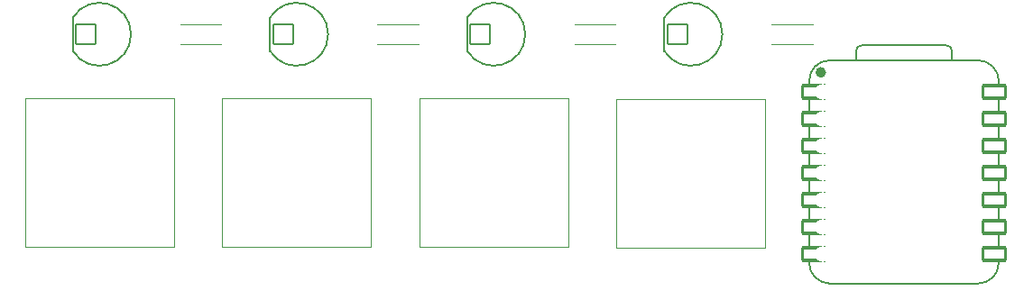
<source format=gbr>
%TF.GenerationSoftware,KiCad,Pcbnew,9.0.6*%
%TF.CreationDate,2025-11-15T14:27:32+00:00*%
%TF.ProjectId,keyfrick,6b657966-7269-4636-9b2e-6b696361645f,rev?*%
%TF.SameCoordinates,Original*%
%TF.FileFunction,Legend,Top*%
%TF.FilePolarity,Positive*%
%FSLAX46Y46*%
G04 Gerber Fmt 4.6, Leading zero omitted, Abs format (unit mm)*
G04 Created by KiCad (PCBNEW 9.0.6) date 2025-11-15 14:27:32*
%MOMM*%
%LPD*%
G01*
G04 APERTURE LIST*
G04 Aperture macros list*
%AMRoundRect*
0 Rectangle with rounded corners*
0 $1 Rounding radius*
0 $2 $3 $4 $5 $6 $7 $8 $9 X,Y pos of 4 corners*
0 Add a 4 corners polygon primitive as box body*
4,1,4,$2,$3,$4,$5,$6,$7,$8,$9,$2,$3,0*
0 Add four circle primitives for the rounded corners*
1,1,$1+$1,$2,$3*
1,1,$1+$1,$4,$5*
1,1,$1+$1,$6,$7*
1,1,$1+$1,$8,$9*
0 Add four rect primitives between the rounded corners*
20,1,$1+$1,$2,$3,$4,$5,0*
20,1,$1+$1,$4,$5,$6,$7,0*
20,1,$1+$1,$6,$7,$8,$9,0*
20,1,$1+$1,$8,$9,$2,$3,0*%
G04 Aperture macros list end*
%ADD10C,0.120000*%
%ADD11C,0.127000*%
%ADD12C,0.100000*%
%ADD13C,0.504000*%
%ADD14C,0.275000*%
%ADD15C,0.300000*%
%ADD16C,1.700000*%
%ADD17C,4.000000*%
%ADD18C,2.200000*%
%ADD19C,1.400000*%
%ADD20C,2.019000*%
%ADD21RoundRect,0.102000X-0.907500X-0.907500X0.907500X-0.907500X0.907500X0.907500X-0.907500X0.907500X0*%
%ADD22RoundRect,0.152400X1.063600X0.609600X-1.063600X0.609600X-1.063600X-0.609600X1.063600X-0.609600X0*%
%ADD23C,1.524000*%
%ADD24RoundRect,0.152400X-1.063600X-0.609600X1.063600X-0.609600X1.063600X0.609600X-1.063600X0.609600X0*%
G04 APERTURE END LIST*
D10*
%TO.C,SW3*%
X134515000Y-53015000D02*
X148485000Y-53015000D01*
X134515000Y-66985000D02*
X134515000Y-53015000D01*
X148485000Y-53015000D02*
X148485000Y-66985000D01*
X148485000Y-66985000D02*
X134515000Y-66985000D01*
%TO.C,R3*%
X149080000Y-46080000D02*
X152920000Y-46080000D01*
X149080000Y-47920000D02*
X152920000Y-47920000D01*
D11*
%TO.C,D3*%
X139000000Y-45434000D02*
X139000000Y-48566000D01*
X139000000Y-45434000D02*
G75*
G02*
X139000000Y-48566000I2506124J-1566000D01*
G01*
D10*
%TO.C,SW2*%
X116015000Y-53015000D02*
X129985000Y-53015000D01*
X116015000Y-66985000D02*
X116015000Y-53015000D01*
X129985000Y-53015000D02*
X129985000Y-66985000D01*
X129985000Y-66985000D02*
X116015000Y-66985000D01*
%TO.C,R2*%
X130580000Y-46080000D02*
X134420000Y-46080000D01*
X130580000Y-47920000D02*
X134420000Y-47920000D01*
%TO.C,SW1*%
X97515000Y-53015000D02*
X111485000Y-53015000D01*
X97515000Y-66985000D02*
X97515000Y-53015000D01*
X111485000Y-53015000D02*
X111485000Y-66985000D01*
X111485000Y-66985000D02*
X97515000Y-66985000D01*
%TO.C,R1*%
X112080000Y-46080000D02*
X115920000Y-46080000D01*
X112080000Y-47920000D02*
X115920000Y-47920000D01*
D11*
%TO.C,D1*%
X102000000Y-45434000D02*
X102000000Y-48566000D01*
X102000000Y-45434000D02*
G75*
G02*
X102000000Y-48566000I2506124J-1566000D01*
G01*
%TO.C,D2*%
X120500000Y-45434000D02*
X120500000Y-48566000D01*
X120500000Y-45434000D02*
G75*
G02*
X120500000Y-48566000I2506124J-1566000D01*
G01*
%TO.C,U1*%
X171110000Y-68509000D02*
X171110000Y-51364000D01*
X173015000Y-70414000D02*
X186985000Y-70414000D01*
X175505000Y-49459000D02*
X175508728Y-48548728D01*
X176008728Y-48049000D02*
X184004000Y-48049000D01*
X184504000Y-48549000D02*
X184504000Y-49459000D01*
D12*
X186985000Y-49459000D02*
X173015000Y-49459000D01*
D11*
X186985000Y-49459000D02*
X173015000Y-49459000D01*
X188890000Y-68509000D02*
X188890000Y-51364000D01*
X171110000Y-51364000D02*
G75*
G02*
X173015000Y-49459000I1905001J-1D01*
G01*
X173015000Y-70414000D02*
G75*
G02*
X171110000Y-68509000I1J1905001D01*
G01*
X175508728Y-48548728D02*
G75*
G02*
X176008728Y-48049001I500018J-291D01*
G01*
X184004000Y-48049000D02*
G75*
G02*
X184504000Y-48549000I0J-500000D01*
G01*
X186985000Y-49459000D02*
G75*
G02*
X188890000Y-51364000I0J-1905000D01*
G01*
X188890000Y-68509000D02*
G75*
G02*
X186985000Y-70414000I-1905000J0D01*
G01*
D13*
X172445000Y-50580000D02*
G75*
G02*
X171941000Y-50580000I-252000J0D01*
G01*
X171941000Y-50580000D02*
G75*
G02*
X172445000Y-50580000I252000J0D01*
G01*
D10*
%TO.C,R4*%
X167580000Y-46080000D02*
X171420000Y-46080000D01*
X167580000Y-47920000D02*
X171420000Y-47920000D01*
D11*
%TO.C,D4*%
X157500000Y-45434000D02*
X157500000Y-48566000D01*
X157500000Y-45434000D02*
G75*
G02*
X157500000Y-48566000I2506124J-1566000D01*
G01*
D10*
%TO.C,SW4*%
X153015000Y-53055000D02*
X166985000Y-53055000D01*
X153015000Y-67025000D02*
X153015000Y-53055000D01*
X166985000Y-53055000D02*
X166985000Y-67025000D01*
X166985000Y-67025000D02*
X153015000Y-67025000D01*
%TD*%
%LPC*%
D14*
X183957175Y-71878473D02*
X183957175Y-75219695D01*
D15*
G36*
X177915922Y-45234060D02*
G01*
X177942097Y-45286411D01*
X177534868Y-45367857D01*
X177534868Y-45300523D01*
X177568099Y-45234060D01*
X177634564Y-45200828D01*
X177849458Y-45200828D01*
X177915922Y-45234060D01*
G37*
G36*
X184058455Y-46866317D02*
G01*
X175925343Y-46866317D01*
X175925343Y-46532066D01*
X178450331Y-46532066D01*
X178454479Y-46590446D01*
X178480654Y-46642795D01*
X178524869Y-46681142D01*
X178580391Y-46699650D01*
X178638771Y-46695502D01*
X178666235Y-46684992D01*
X178809092Y-46613564D01*
X178821685Y-46605636D01*
X178825345Y-46604121D01*
X178829464Y-46600739D01*
X178833978Y-46597899D01*
X178836574Y-46594905D01*
X178848076Y-46585466D01*
X178919505Y-46514037D01*
X178938160Y-46491306D01*
X178938516Y-46490445D01*
X178939166Y-46489780D01*
X178952711Y-46463680D01*
X179095568Y-46106536D01*
X179096354Y-46103824D01*
X179097557Y-46101278D01*
X179454700Y-45101279D01*
X179461829Y-45072750D01*
X179459283Y-45021564D01*
X179523464Y-45021564D01*
X179523464Y-45080092D01*
X179545862Y-45134164D01*
X179587246Y-45175548D01*
X179641318Y-45197946D01*
X179670582Y-45200828D01*
X179734867Y-45200828D01*
X179734867Y-46050828D01*
X179737749Y-46080092D01*
X179760147Y-46134164D01*
X179801531Y-46175548D01*
X179855603Y-46197946D01*
X179914131Y-46197946D01*
X179968203Y-46175548D01*
X180009587Y-46134164D01*
X180031985Y-46080092D01*
X180034867Y-46050828D01*
X180034867Y-45200828D01*
X180242010Y-45200828D01*
X180271274Y-45197946D01*
X180325346Y-45175548D01*
X180366730Y-45134164D01*
X180389128Y-45080092D01*
X180389128Y-45021564D01*
X180366730Y-44967492D01*
X180325346Y-44926108D01*
X180271274Y-44903710D01*
X180242010Y-44900828D01*
X180034867Y-44900828D01*
X180034867Y-44800524D01*
X180066305Y-44737647D01*
X180451689Y-44737647D01*
X180452403Y-44796170D01*
X180475458Y-44849963D01*
X180517344Y-44890841D01*
X180543444Y-44904386D01*
X180718859Y-44974552D01*
X180622010Y-45103685D01*
X180606757Y-45128825D01*
X180592232Y-45185522D01*
X180600509Y-45243459D01*
X180630328Y-45293821D01*
X180677150Y-45328938D01*
X180733847Y-45343463D01*
X180791784Y-45335186D01*
X180842146Y-45305367D01*
X180862010Y-45283685D01*
X180956296Y-45157970D01*
X181050582Y-45283685D01*
X181070446Y-45305367D01*
X181120808Y-45335186D01*
X181178745Y-45343463D01*
X181205760Y-45336542D01*
X181663439Y-45336542D01*
X181663439Y-45765114D01*
X181666321Y-45794378D01*
X181668383Y-45799356D01*
X181668765Y-45804732D01*
X181679275Y-45832196D01*
X181750703Y-45975053D01*
X181758630Y-45987646D01*
X181760146Y-45991306D01*
X181763527Y-45995425D01*
X181766368Y-45999939D01*
X181769361Y-46002535D01*
X181778801Y-46014037D01*
X181850230Y-46085466D01*
X181861734Y-46094907D01*
X181864329Y-46097899D01*
X181868838Y-46100737D01*
X181872961Y-46104121D01*
X181876622Y-46105637D01*
X181889214Y-46113564D01*
X182032072Y-46184992D01*
X182059535Y-46195502D01*
X182064910Y-46195883D01*
X182069889Y-46197946D01*
X182099153Y-46200828D01*
X182384867Y-46200828D01*
X182414131Y-46197946D01*
X182419109Y-46195883D01*
X182424485Y-46195502D01*
X182451948Y-46184992D01*
X182594807Y-46113564D01*
X182619692Y-46097899D01*
X182658039Y-46053685D01*
X182676547Y-45998162D01*
X182672399Y-45939782D01*
X182646225Y-45887433D01*
X182602010Y-45849086D01*
X182546488Y-45830578D01*
X182488107Y-45834726D01*
X182460644Y-45845235D01*
X182349458Y-45900828D01*
X182134563Y-45900828D01*
X182045149Y-45856121D01*
X182008144Y-45819116D01*
X181963439Y-45729704D01*
X181963439Y-45371951D01*
X182008144Y-45282540D01*
X182045149Y-45245535D01*
X182134563Y-45200828D01*
X182349457Y-45200828D01*
X182460643Y-45256421D01*
X182488106Y-45266931D01*
X182546486Y-45271079D01*
X182602009Y-45252571D01*
X182646224Y-45214225D01*
X182672399Y-45161876D01*
X182676547Y-45103495D01*
X182658039Y-45047973D01*
X182619693Y-45003758D01*
X182594807Y-44988093D01*
X182451949Y-44916664D01*
X182424486Y-44906154D01*
X182419108Y-44905771D01*
X182414131Y-44903710D01*
X182384867Y-44900828D01*
X182099153Y-44900828D01*
X182069889Y-44903710D01*
X182064908Y-44905773D01*
X182059534Y-44906155D01*
X182032070Y-44916664D01*
X181889214Y-44988093D01*
X181876620Y-44996020D01*
X181872961Y-44997536D01*
X181868840Y-45000917D01*
X181864328Y-45003758D01*
X181861731Y-45006751D01*
X181850231Y-45016190D01*
X181778802Y-45087618D01*
X181769362Y-45099120D01*
X181766368Y-45101717D01*
X181763526Y-45106231D01*
X181760147Y-45110349D01*
X181758631Y-45114007D01*
X181750703Y-45126603D01*
X181679275Y-45269460D01*
X181668765Y-45296924D01*
X181668383Y-45302299D01*
X181666321Y-45307278D01*
X181663439Y-45336542D01*
X181205760Y-45336542D01*
X181235442Y-45328938D01*
X181282264Y-45293821D01*
X181312083Y-45243459D01*
X181320360Y-45185522D01*
X181305835Y-45128825D01*
X181290582Y-45103685D01*
X181193731Y-44974551D01*
X181369148Y-44904385D01*
X181395248Y-44890841D01*
X181437135Y-44849963D01*
X181460189Y-44796170D01*
X181460903Y-44737647D01*
X181439167Y-44683305D01*
X181398289Y-44641419D01*
X181344495Y-44618364D01*
X181285972Y-44617650D01*
X181257731Y-44625842D01*
X181106296Y-44686415D01*
X181106296Y-44550828D01*
X183020581Y-44550828D01*
X183020581Y-46050828D01*
X183023463Y-46080092D01*
X183045861Y-46134164D01*
X183087245Y-46175548D01*
X183141317Y-46197946D01*
X183199845Y-46197946D01*
X183253917Y-46175548D01*
X183295301Y-46134164D01*
X183317699Y-46080092D01*
X183320581Y-46050828D01*
X183320581Y-45738922D01*
X183622010Y-46140828D01*
X183641874Y-46162510D01*
X183692236Y-46192329D01*
X183750173Y-46200606D01*
X183806870Y-46186081D01*
X183853692Y-46150964D01*
X183883511Y-46100602D01*
X183891788Y-46042665D01*
X183877263Y-45985968D01*
X183862010Y-45960828D01*
X183511495Y-45493474D01*
X183848076Y-45156894D01*
X183866731Y-45134163D01*
X183889128Y-45080091D01*
X183889128Y-45021565D01*
X183866731Y-44967492D01*
X183825346Y-44926107D01*
X183771273Y-44903710D01*
X183712747Y-44903710D01*
X183658675Y-44926107D01*
X183635944Y-44944762D01*
X183320581Y-45260125D01*
X183320581Y-44550828D01*
X183317699Y-44521564D01*
X183295301Y-44467492D01*
X183253917Y-44426108D01*
X183199845Y-44403710D01*
X183141317Y-44403710D01*
X183087245Y-44426108D01*
X183045861Y-44467492D01*
X183023463Y-44521564D01*
X183020581Y-44550828D01*
X181106296Y-44550828D01*
X181103414Y-44521564D01*
X181081016Y-44467492D01*
X181039632Y-44426108D01*
X180985560Y-44403710D01*
X180927032Y-44403710D01*
X180872960Y-44426108D01*
X180831576Y-44467492D01*
X180809178Y-44521564D01*
X180806296Y-44550828D01*
X180806296Y-44686415D01*
X180654862Y-44625842D01*
X180626620Y-44617650D01*
X180568097Y-44618364D01*
X180514304Y-44641419D01*
X180473426Y-44683305D01*
X180451689Y-44737647D01*
X180066305Y-44737647D01*
X180068099Y-44734059D01*
X180134563Y-44700828D01*
X180242010Y-44700828D01*
X180271274Y-44697946D01*
X180325346Y-44675548D01*
X180366730Y-44634164D01*
X180389128Y-44580092D01*
X180389128Y-44521564D01*
X180366730Y-44467492D01*
X180325346Y-44426108D01*
X180271274Y-44403710D01*
X180242010Y-44400828D01*
X180099153Y-44400828D01*
X180069889Y-44403710D01*
X180064908Y-44405773D01*
X180059534Y-44406155D01*
X180032070Y-44416664D01*
X179889214Y-44488093D01*
X179884319Y-44491173D01*
X179882012Y-44491943D01*
X179879137Y-44494435D01*
X179864328Y-44503758D01*
X179852004Y-44517967D01*
X179837797Y-44530289D01*
X179828477Y-44545094D01*
X179825981Y-44547973D01*
X179825210Y-44550284D01*
X179822132Y-44555175D01*
X179750703Y-44698032D01*
X179740194Y-44725495D01*
X179739812Y-44730869D01*
X179737749Y-44735850D01*
X179734867Y-44765114D01*
X179734867Y-44900828D01*
X179670582Y-44900828D01*
X179641318Y-44903710D01*
X179587246Y-44926108D01*
X179545862Y-44967492D01*
X179523464Y-45021564D01*
X179459283Y-45021564D01*
X179458922Y-45014295D01*
X179433868Y-44961403D01*
X179390479Y-44922123D01*
X179335361Y-44902438D01*
X179276906Y-44905345D01*
X179224014Y-44930399D01*
X179184734Y-44973788D01*
X179172178Y-45000378D01*
X178956296Y-45604847D01*
X178740414Y-45000378D01*
X178727858Y-44973788D01*
X178688578Y-44930399D01*
X178635686Y-44905345D01*
X178577231Y-44902438D01*
X178522113Y-44922123D01*
X178478724Y-44961403D01*
X178453670Y-45014295D01*
X178450763Y-45072750D01*
X178457892Y-45101278D01*
X178795943Y-46047822D01*
X178685601Y-46323676D01*
X178653155Y-46356122D01*
X178532071Y-46416664D01*
X178507186Y-46432329D01*
X178468839Y-46476544D01*
X178450331Y-46532066D01*
X175925343Y-46532066D01*
X175925343Y-44550828D01*
X176092010Y-44550828D01*
X176092010Y-46050828D01*
X176094892Y-46080092D01*
X176117290Y-46134164D01*
X176158674Y-46175548D01*
X176212746Y-46197946D01*
X176271274Y-46197946D01*
X176325346Y-46175548D01*
X176366730Y-46134164D01*
X176389128Y-46080092D01*
X176392010Y-46050828D01*
X176392010Y-45738922D01*
X176693439Y-46140828D01*
X176713303Y-46162510D01*
X176763665Y-46192329D01*
X176821602Y-46200606D01*
X176878299Y-46186081D01*
X176925121Y-46150964D01*
X176954940Y-46100602D01*
X176963217Y-46042665D01*
X176948692Y-45985968D01*
X176933439Y-45960828D01*
X176582924Y-45493474D01*
X176811285Y-45265114D01*
X177234868Y-45265114D01*
X177234868Y-45836542D01*
X177237750Y-45865806D01*
X177239812Y-45870784D01*
X177240194Y-45876160D01*
X177250704Y-45903623D01*
X177322132Y-46046482D01*
X177325211Y-46051374D01*
X177325982Y-46053685D01*
X177328477Y-46056562D01*
X177337797Y-46071367D01*
X177352003Y-46083688D01*
X177364329Y-46097900D01*
X177379133Y-46107218D01*
X177382011Y-46109714D01*
X177384322Y-46110484D01*
X177389215Y-46113564D01*
X177532073Y-46184993D01*
X177559536Y-46195502D01*
X177564911Y-46195883D01*
X177569890Y-46197946D01*
X177599154Y-46200828D01*
X177884868Y-46200828D01*
X177914132Y-46197946D01*
X177919110Y-46195883D01*
X177924486Y-46195502D01*
X177951950Y-46184992D01*
X178094807Y-46113564D01*
X178119693Y-46097899D01*
X178158039Y-46053684D01*
X178176547Y-45998162D01*
X178172399Y-45939782D01*
X178146225Y-45887433D01*
X178102010Y-45849086D01*
X178046487Y-45830578D01*
X177988107Y-45834726D01*
X177960644Y-45845236D01*
X177849458Y-45900828D01*
X177634563Y-45900828D01*
X177568100Y-45867597D01*
X177534868Y-45801133D01*
X177534868Y-45673798D01*
X178128417Y-45555089D01*
X178128418Y-45555089D01*
X178128418Y-45555088D01*
X178128572Y-45555058D01*
X178156702Y-45546493D01*
X178168913Y-45538314D01*
X178182490Y-45532691D01*
X178192991Y-45522189D01*
X178205332Y-45513925D01*
X178213484Y-45501697D01*
X178223874Y-45491307D01*
X178229556Y-45477587D01*
X178237796Y-45465229D01*
X178240648Y-45450811D01*
X178246272Y-45437235D01*
X178249154Y-45407971D01*
X178249154Y-45407819D01*
X178249155Y-45407814D01*
X178249154Y-45407809D01*
X178249154Y-45265114D01*
X178246272Y-45235850D01*
X178244208Y-45230869D01*
X178243827Y-45225495D01*
X178233318Y-45198031D01*
X178161889Y-45055175D01*
X178158808Y-45050280D01*
X178158039Y-45047973D01*
X178155546Y-45045098D01*
X178146224Y-45030289D01*
X178132014Y-45017965D01*
X178119693Y-45003758D01*
X178104887Y-44994438D01*
X178102009Y-44991942D01*
X178099697Y-44991171D01*
X178094807Y-44988093D01*
X177951950Y-44916664D01*
X177924487Y-44906155D01*
X177919112Y-44905773D01*
X177914132Y-44903710D01*
X177884868Y-44900828D01*
X177599154Y-44900828D01*
X177569890Y-44903710D01*
X177564912Y-44905771D01*
X177559535Y-44906154D01*
X177532072Y-44916664D01*
X177389214Y-44988093D01*
X177384319Y-44991173D01*
X177382012Y-44991943D01*
X177379137Y-44994435D01*
X177364328Y-45003758D01*
X177352005Y-45017966D01*
X177337797Y-45030289D01*
X177328474Y-45045098D01*
X177325982Y-45047973D01*
X177325212Y-45050280D01*
X177322132Y-45055175D01*
X177250704Y-45198032D01*
X177240194Y-45225496D01*
X177239812Y-45230871D01*
X177237750Y-45235850D01*
X177234868Y-45265114D01*
X176811285Y-45265114D01*
X176919505Y-45156894D01*
X176938160Y-45134163D01*
X176960557Y-45080091D01*
X176960557Y-45021565D01*
X176938160Y-44967492D01*
X176896775Y-44926107D01*
X176842702Y-44903710D01*
X176784176Y-44903710D01*
X176730104Y-44926107D01*
X176707373Y-44944762D01*
X176392010Y-45260125D01*
X176392010Y-44550828D01*
X176389128Y-44521564D01*
X176366730Y-44467492D01*
X176325346Y-44426108D01*
X176271274Y-44403710D01*
X176212746Y-44403710D01*
X176158674Y-44426108D01*
X176117290Y-44467492D01*
X176094892Y-44521564D01*
X176092010Y-44550828D01*
X175925343Y-44550828D01*
X175925343Y-44234161D01*
X184058455Y-44234161D01*
X184058455Y-46866317D01*
G37*
D14*
X102204730Y-73446809D02*
X102204730Y-71875381D01*
X103723777Y-73080142D02*
X104299968Y-72346809D01*
X103723777Y-72346809D02*
X104299968Y-73080142D01*
X105714253Y-73080142D02*
X105609491Y-73027762D01*
X105609491Y-73027762D02*
X105557110Y-72975381D01*
X105557110Y-72975381D02*
X105504729Y-72870619D01*
X105504729Y-72870619D02*
X105504729Y-72556333D01*
X105504729Y-72556333D02*
X105557110Y-72451571D01*
X105557110Y-72451571D02*
X105609491Y-72399190D01*
X105609491Y-72399190D02*
X105714253Y-72346809D01*
X105714253Y-72346809D02*
X105871396Y-72346809D01*
X105871396Y-72346809D02*
X105976158Y-72399190D01*
X105976158Y-72399190D02*
X106028539Y-72451571D01*
X106028539Y-72451571D02*
X106080920Y-72556333D01*
X106080920Y-72556333D02*
X106080920Y-72870619D01*
X106080920Y-72870619D02*
X106028539Y-72975381D01*
X106028539Y-72975381D02*
X105976158Y-73027762D01*
X105976158Y-73027762D02*
X105871396Y-73080142D01*
X105871396Y-73080142D02*
X105714253Y-73080142D01*
X107547586Y-73080142D02*
X107442824Y-73027762D01*
X107442824Y-73027762D02*
X107390443Y-72975381D01*
X107390443Y-72975381D02*
X107338062Y-72870619D01*
X107338062Y-72870619D02*
X107338062Y-72556333D01*
X107338062Y-72556333D02*
X107390443Y-72451571D01*
X107390443Y-72451571D02*
X107442824Y-72399190D01*
X107442824Y-72399190D02*
X107547586Y-72346809D01*
X107547586Y-72346809D02*
X107704729Y-72346809D01*
X107704729Y-72346809D02*
X107809491Y-72399190D01*
X107809491Y-72399190D02*
X107861872Y-72451571D01*
X107861872Y-72451571D02*
X107914253Y-72556333D01*
X107914253Y-72556333D02*
X107914253Y-72870619D01*
X107914253Y-72870619D02*
X107861872Y-72975381D01*
X107861872Y-72975381D02*
X107809491Y-73027762D01*
X107809491Y-73027762D02*
X107704729Y-73080142D01*
X107704729Y-73080142D02*
X107547586Y-73080142D01*
X109380919Y-73080142D02*
X109276157Y-73027762D01*
X109276157Y-73027762D02*
X109223776Y-72975381D01*
X109223776Y-72975381D02*
X109171395Y-72870619D01*
X109171395Y-72870619D02*
X109171395Y-72556333D01*
X109171395Y-72556333D02*
X109223776Y-72451571D01*
X109223776Y-72451571D02*
X109276157Y-72399190D01*
X109276157Y-72399190D02*
X109380919Y-72346809D01*
X109380919Y-72346809D02*
X109538062Y-72346809D01*
X109538062Y-72346809D02*
X109642824Y-72399190D01*
X109642824Y-72399190D02*
X109695205Y-72451571D01*
X109695205Y-72451571D02*
X109747586Y-72556333D01*
X109747586Y-72556333D02*
X109747586Y-72870619D01*
X109747586Y-72870619D02*
X109695205Y-72975381D01*
X109695205Y-72975381D02*
X109642824Y-73027762D01*
X109642824Y-73027762D02*
X109538062Y-73080142D01*
X109538062Y-73080142D02*
X109380919Y-73080142D01*
X111319014Y-73446809D02*
X111319014Y-71875381D01*
X113099966Y-73080142D02*
X112995204Y-73027762D01*
X112995204Y-73027762D02*
X112942823Y-72975381D01*
X112942823Y-72975381D02*
X112890442Y-72870619D01*
X112890442Y-72870619D02*
X112890442Y-72556333D01*
X112890442Y-72556333D02*
X112942823Y-72451571D01*
X112942823Y-72451571D02*
X112995204Y-72399190D01*
X112995204Y-72399190D02*
X113099966Y-72346809D01*
X113099966Y-72346809D02*
X113257109Y-72346809D01*
X113257109Y-72346809D02*
X113361871Y-72399190D01*
X113361871Y-72399190D02*
X113414252Y-72451571D01*
X113414252Y-72451571D02*
X113466633Y-72556333D01*
X113466633Y-72556333D02*
X113466633Y-72870619D01*
X113466633Y-72870619D02*
X113414252Y-72975381D01*
X113414252Y-72975381D02*
X113361871Y-73027762D01*
X113361871Y-73027762D02*
X113257109Y-73080142D01*
X113257109Y-73080142D02*
X113099966Y-73080142D01*
X114933299Y-73080142D02*
X114828537Y-73027762D01*
X114828537Y-73027762D02*
X114776156Y-72975381D01*
X114776156Y-72975381D02*
X114723775Y-72870619D01*
X114723775Y-72870619D02*
X114723775Y-72556333D01*
X114723775Y-72556333D02*
X114776156Y-72451571D01*
X114776156Y-72451571D02*
X114828537Y-72399190D01*
X114828537Y-72399190D02*
X114933299Y-72346809D01*
X114933299Y-72346809D02*
X115090442Y-72346809D01*
X115090442Y-72346809D02*
X115195204Y-72399190D01*
X115195204Y-72399190D02*
X115247585Y-72451571D01*
X115247585Y-72451571D02*
X115299966Y-72556333D01*
X115299966Y-72556333D02*
X115299966Y-72870619D01*
X115299966Y-72870619D02*
X115247585Y-72975381D01*
X115247585Y-72975381D02*
X115195204Y-73027762D01*
X115195204Y-73027762D02*
X115090442Y-73080142D01*
X115090442Y-73080142D02*
X114933299Y-73080142D01*
X116766632Y-73080142D02*
X116661870Y-73027762D01*
X116661870Y-73027762D02*
X116609489Y-72975381D01*
X116609489Y-72975381D02*
X116557108Y-72870619D01*
X116557108Y-72870619D02*
X116557108Y-72556333D01*
X116557108Y-72556333D02*
X116609489Y-72451571D01*
X116609489Y-72451571D02*
X116661870Y-72399190D01*
X116661870Y-72399190D02*
X116766632Y-72346809D01*
X116766632Y-72346809D02*
X116923775Y-72346809D01*
X116923775Y-72346809D02*
X117028537Y-72399190D01*
X117028537Y-72399190D02*
X117080918Y-72451571D01*
X117080918Y-72451571D02*
X117133299Y-72556333D01*
X117133299Y-72556333D02*
X117133299Y-72870619D01*
X117133299Y-72870619D02*
X117080918Y-72975381D01*
X117080918Y-72975381D02*
X117028537Y-73027762D01*
X117028537Y-73027762D02*
X116923775Y-73080142D01*
X116923775Y-73080142D02*
X116766632Y-73080142D01*
X118338060Y-73080142D02*
X118914251Y-72346809D01*
X118338060Y-72346809D02*
X118914251Y-73080142D01*
X120433298Y-73446809D02*
X120433298Y-71875381D01*
X122214250Y-73080142D02*
X122109488Y-73027762D01*
X122109488Y-73027762D02*
X122057107Y-72975381D01*
X122057107Y-72975381D02*
X122004726Y-72870619D01*
X122004726Y-72870619D02*
X122004726Y-72556333D01*
X122004726Y-72556333D02*
X122057107Y-72451571D01*
X122057107Y-72451571D02*
X122109488Y-72399190D01*
X122109488Y-72399190D02*
X122214250Y-72346809D01*
X122214250Y-72346809D02*
X122371393Y-72346809D01*
X122371393Y-72346809D02*
X122476155Y-72399190D01*
X122476155Y-72399190D02*
X122528536Y-72451571D01*
X122528536Y-72451571D02*
X122580917Y-72556333D01*
X122580917Y-72556333D02*
X122580917Y-72870619D01*
X122580917Y-72870619D02*
X122528536Y-72975381D01*
X122528536Y-72975381D02*
X122476155Y-73027762D01*
X122476155Y-73027762D02*
X122371393Y-73080142D01*
X122371393Y-73080142D02*
X122214250Y-73080142D01*
X123785678Y-73080142D02*
X124361869Y-72346809D01*
X123785678Y-72346809D02*
X124361869Y-73080142D01*
X125776154Y-73080142D02*
X125671392Y-73027762D01*
X125671392Y-73027762D02*
X125619011Y-72975381D01*
X125619011Y-72975381D02*
X125566630Y-72870619D01*
X125566630Y-72870619D02*
X125566630Y-72556333D01*
X125566630Y-72556333D02*
X125619011Y-72451571D01*
X125619011Y-72451571D02*
X125671392Y-72399190D01*
X125671392Y-72399190D02*
X125776154Y-72346809D01*
X125776154Y-72346809D02*
X125933297Y-72346809D01*
X125933297Y-72346809D02*
X126038059Y-72399190D01*
X126038059Y-72399190D02*
X126090440Y-72451571D01*
X126090440Y-72451571D02*
X126142821Y-72556333D01*
X126142821Y-72556333D02*
X126142821Y-72870619D01*
X126142821Y-72870619D02*
X126090440Y-72975381D01*
X126090440Y-72975381D02*
X126038059Y-73027762D01*
X126038059Y-73027762D02*
X125933297Y-73080142D01*
X125933297Y-73080142D02*
X125776154Y-73080142D01*
X127609487Y-73080142D02*
X127504725Y-73027762D01*
X127504725Y-73027762D02*
X127452344Y-72975381D01*
X127452344Y-72975381D02*
X127399963Y-72870619D01*
X127399963Y-72870619D02*
X127399963Y-72556333D01*
X127399963Y-72556333D02*
X127452344Y-72451571D01*
X127452344Y-72451571D02*
X127504725Y-72399190D01*
X127504725Y-72399190D02*
X127609487Y-72346809D01*
X127609487Y-72346809D02*
X127766630Y-72346809D01*
X127766630Y-72346809D02*
X127871392Y-72399190D01*
X127871392Y-72399190D02*
X127923773Y-72451571D01*
X127923773Y-72451571D02*
X127976154Y-72556333D01*
X127976154Y-72556333D02*
X127976154Y-72870619D01*
X127976154Y-72870619D02*
X127923773Y-72975381D01*
X127923773Y-72975381D02*
X127871392Y-73027762D01*
X127871392Y-73027762D02*
X127766630Y-73080142D01*
X127766630Y-73080142D02*
X127609487Y-73080142D01*
X129547582Y-73446809D02*
X129547582Y-71875381D01*
X131328534Y-73080142D02*
X131223772Y-73027762D01*
X131223772Y-73027762D02*
X131171391Y-72975381D01*
X131171391Y-72975381D02*
X131119010Y-72870619D01*
X131119010Y-72870619D02*
X131119010Y-72556333D01*
X131119010Y-72556333D02*
X131171391Y-72451571D01*
X131171391Y-72451571D02*
X131223772Y-72399190D01*
X131223772Y-72399190D02*
X131328534Y-72346809D01*
X131328534Y-72346809D02*
X131485677Y-72346809D01*
X131485677Y-72346809D02*
X131590439Y-72399190D01*
X131590439Y-72399190D02*
X131642820Y-72451571D01*
X131642820Y-72451571D02*
X131695201Y-72556333D01*
X131695201Y-72556333D02*
X131695201Y-72870619D01*
X131695201Y-72870619D02*
X131642820Y-72975381D01*
X131642820Y-72975381D02*
X131590439Y-73027762D01*
X131590439Y-73027762D02*
X131485677Y-73080142D01*
X131485677Y-73080142D02*
X131328534Y-73080142D01*
X133161867Y-73080142D02*
X133057105Y-73027762D01*
X133057105Y-73027762D02*
X133004724Y-72975381D01*
X133004724Y-72975381D02*
X132952343Y-72870619D01*
X132952343Y-72870619D02*
X132952343Y-72556333D01*
X132952343Y-72556333D02*
X133004724Y-72451571D01*
X133004724Y-72451571D02*
X133057105Y-72399190D01*
X133057105Y-72399190D02*
X133161867Y-72346809D01*
X133161867Y-72346809D02*
X133319010Y-72346809D01*
X133319010Y-72346809D02*
X133423772Y-72399190D01*
X133423772Y-72399190D02*
X133476153Y-72451571D01*
X133476153Y-72451571D02*
X133528534Y-72556333D01*
X133528534Y-72556333D02*
X133528534Y-72870619D01*
X133528534Y-72870619D02*
X133476153Y-72975381D01*
X133476153Y-72975381D02*
X133423772Y-73027762D01*
X133423772Y-73027762D02*
X133319010Y-73080142D01*
X133319010Y-73080142D02*
X133161867Y-73080142D01*
X134733295Y-73080142D02*
X135309486Y-72346809D01*
X134733295Y-72346809D02*
X135309486Y-73080142D01*
X136723771Y-73080142D02*
X136619009Y-73027762D01*
X136619009Y-73027762D02*
X136566628Y-72975381D01*
X136566628Y-72975381D02*
X136514247Y-72870619D01*
X136514247Y-72870619D02*
X136514247Y-72556333D01*
X136514247Y-72556333D02*
X136566628Y-72451571D01*
X136566628Y-72451571D02*
X136619009Y-72399190D01*
X136619009Y-72399190D02*
X136723771Y-72346809D01*
X136723771Y-72346809D02*
X136880914Y-72346809D01*
X136880914Y-72346809D02*
X136985676Y-72399190D01*
X136985676Y-72399190D02*
X137038057Y-72451571D01*
X137038057Y-72451571D02*
X137090438Y-72556333D01*
X137090438Y-72556333D02*
X137090438Y-72870619D01*
X137090438Y-72870619D02*
X137038057Y-72975381D01*
X137038057Y-72975381D02*
X136985676Y-73027762D01*
X136985676Y-73027762D02*
X136880914Y-73080142D01*
X136880914Y-73080142D02*
X136723771Y-73080142D01*
X138661866Y-73446809D02*
X138661866Y-71875381D01*
X140180913Y-73080142D02*
X140757104Y-72346809D01*
X140180913Y-72346809D02*
X140757104Y-73080142D01*
X141909484Y-73080142D02*
X142485675Y-72346809D01*
X141909484Y-72346809D02*
X142485675Y-73080142D01*
X143899960Y-73080142D02*
X143795198Y-73027762D01*
X143795198Y-73027762D02*
X143742817Y-72975381D01*
X143742817Y-72975381D02*
X143690436Y-72870619D01*
X143690436Y-72870619D02*
X143690436Y-72556333D01*
X143690436Y-72556333D02*
X143742817Y-72451571D01*
X143742817Y-72451571D02*
X143795198Y-72399190D01*
X143795198Y-72399190D02*
X143899960Y-72346809D01*
X143899960Y-72346809D02*
X144057103Y-72346809D01*
X144057103Y-72346809D02*
X144161865Y-72399190D01*
X144161865Y-72399190D02*
X144214246Y-72451571D01*
X144214246Y-72451571D02*
X144266627Y-72556333D01*
X144266627Y-72556333D02*
X144266627Y-72870619D01*
X144266627Y-72870619D02*
X144214246Y-72975381D01*
X144214246Y-72975381D02*
X144161865Y-73027762D01*
X144161865Y-73027762D02*
X144057103Y-73080142D01*
X144057103Y-73080142D02*
X143899960Y-73080142D01*
X145733293Y-73080142D02*
X145628531Y-73027762D01*
X145628531Y-73027762D02*
X145576150Y-72975381D01*
X145576150Y-72975381D02*
X145523769Y-72870619D01*
X145523769Y-72870619D02*
X145523769Y-72556333D01*
X145523769Y-72556333D02*
X145576150Y-72451571D01*
X145576150Y-72451571D02*
X145628531Y-72399190D01*
X145628531Y-72399190D02*
X145733293Y-72346809D01*
X145733293Y-72346809D02*
X145890436Y-72346809D01*
X145890436Y-72346809D02*
X145995198Y-72399190D01*
X145995198Y-72399190D02*
X146047579Y-72451571D01*
X146047579Y-72451571D02*
X146099960Y-72556333D01*
X146099960Y-72556333D02*
X146099960Y-72870619D01*
X146099960Y-72870619D02*
X146047579Y-72975381D01*
X146047579Y-72975381D02*
X145995198Y-73027762D01*
X145995198Y-73027762D02*
X145890436Y-73080142D01*
X145890436Y-73080142D02*
X145733293Y-73080142D01*
X147671388Y-73446809D02*
X147671388Y-71875381D01*
X149452340Y-73080142D02*
X149347578Y-73027762D01*
X149347578Y-73027762D02*
X149295197Y-72975381D01*
X149295197Y-72975381D02*
X149242816Y-72870619D01*
X149242816Y-72870619D02*
X149242816Y-72556333D01*
X149242816Y-72556333D02*
X149295197Y-72451571D01*
X149295197Y-72451571D02*
X149347578Y-72399190D01*
X149347578Y-72399190D02*
X149452340Y-72346809D01*
X149452340Y-72346809D02*
X149609483Y-72346809D01*
X149609483Y-72346809D02*
X149714245Y-72399190D01*
X149714245Y-72399190D02*
X149766626Y-72451571D01*
X149766626Y-72451571D02*
X149819007Y-72556333D01*
X149819007Y-72556333D02*
X149819007Y-72870619D01*
X149819007Y-72870619D02*
X149766626Y-72975381D01*
X149766626Y-72975381D02*
X149714245Y-73027762D01*
X149714245Y-73027762D02*
X149609483Y-73080142D01*
X149609483Y-73080142D02*
X149452340Y-73080142D01*
X151285673Y-73080142D02*
X151180911Y-73027762D01*
X151180911Y-73027762D02*
X151128530Y-72975381D01*
X151128530Y-72975381D02*
X151076149Y-72870619D01*
X151076149Y-72870619D02*
X151076149Y-72556333D01*
X151076149Y-72556333D02*
X151128530Y-72451571D01*
X151128530Y-72451571D02*
X151180911Y-72399190D01*
X151180911Y-72399190D02*
X151285673Y-72346809D01*
X151285673Y-72346809D02*
X151442816Y-72346809D01*
X151442816Y-72346809D02*
X151547578Y-72399190D01*
X151547578Y-72399190D02*
X151599959Y-72451571D01*
X151599959Y-72451571D02*
X151652340Y-72556333D01*
X151652340Y-72556333D02*
X151652340Y-72870619D01*
X151652340Y-72870619D02*
X151599959Y-72975381D01*
X151599959Y-72975381D02*
X151547578Y-73027762D01*
X151547578Y-73027762D02*
X151442816Y-73080142D01*
X151442816Y-73080142D02*
X151285673Y-73080142D01*
X152857101Y-73080142D02*
X153433292Y-72346809D01*
X152857101Y-72346809D02*
X153433292Y-73080142D01*
X154585672Y-73080142D02*
X155161863Y-72346809D01*
X154585672Y-72346809D02*
X155161863Y-73080142D01*
X156680910Y-73446809D02*
X156680910Y-71875381D01*
X158199957Y-73080142D02*
X158776148Y-72346809D01*
X158199957Y-72346809D02*
X158776148Y-73080142D01*
X160190433Y-73080142D02*
X160085671Y-73027762D01*
X160085671Y-73027762D02*
X160033290Y-72975381D01*
X160033290Y-72975381D02*
X159980909Y-72870619D01*
X159980909Y-72870619D02*
X159980909Y-72556333D01*
X159980909Y-72556333D02*
X160033290Y-72451571D01*
X160033290Y-72451571D02*
X160085671Y-72399190D01*
X160085671Y-72399190D02*
X160190433Y-72346809D01*
X160190433Y-72346809D02*
X160347576Y-72346809D01*
X160347576Y-72346809D02*
X160452338Y-72399190D01*
X160452338Y-72399190D02*
X160504719Y-72451571D01*
X160504719Y-72451571D02*
X160557100Y-72556333D01*
X160557100Y-72556333D02*
X160557100Y-72870619D01*
X160557100Y-72870619D02*
X160504719Y-72975381D01*
X160504719Y-72975381D02*
X160452338Y-73027762D01*
X160452338Y-73027762D02*
X160347576Y-73080142D01*
X160347576Y-73080142D02*
X160190433Y-73080142D01*
X161761861Y-73080142D02*
X162338052Y-72346809D01*
X161761861Y-72346809D02*
X162338052Y-73080142D01*
X163752337Y-73080142D02*
X163647575Y-73027762D01*
X163647575Y-73027762D02*
X163595194Y-72975381D01*
X163595194Y-72975381D02*
X163542813Y-72870619D01*
X163542813Y-72870619D02*
X163542813Y-72556333D01*
X163542813Y-72556333D02*
X163595194Y-72451571D01*
X163595194Y-72451571D02*
X163647575Y-72399190D01*
X163647575Y-72399190D02*
X163752337Y-72346809D01*
X163752337Y-72346809D02*
X163909480Y-72346809D01*
X163909480Y-72346809D02*
X164014242Y-72399190D01*
X164014242Y-72399190D02*
X164066623Y-72451571D01*
X164066623Y-72451571D02*
X164119004Y-72556333D01*
X164119004Y-72556333D02*
X164119004Y-72870619D01*
X164119004Y-72870619D02*
X164066623Y-72975381D01*
X164066623Y-72975381D02*
X164014242Y-73027762D01*
X164014242Y-73027762D02*
X163909480Y-73080142D01*
X163909480Y-73080142D02*
X163752337Y-73080142D01*
X165690432Y-73446809D02*
X165690432Y-71875381D01*
X167471384Y-73080142D02*
X167366622Y-73027762D01*
X167366622Y-73027762D02*
X167314241Y-72975381D01*
X167314241Y-72975381D02*
X167261860Y-72870619D01*
X167261860Y-72870619D02*
X167261860Y-72556333D01*
X167261860Y-72556333D02*
X167314241Y-72451571D01*
X167314241Y-72451571D02*
X167366622Y-72399190D01*
X167366622Y-72399190D02*
X167471384Y-72346809D01*
X167471384Y-72346809D02*
X167628527Y-72346809D01*
X167628527Y-72346809D02*
X167733289Y-72399190D01*
X167733289Y-72399190D02*
X167785670Y-72451571D01*
X167785670Y-72451571D02*
X167838051Y-72556333D01*
X167838051Y-72556333D02*
X167838051Y-72870619D01*
X167838051Y-72870619D02*
X167785670Y-72975381D01*
X167785670Y-72975381D02*
X167733289Y-73027762D01*
X167733289Y-73027762D02*
X167628527Y-73080142D01*
X167628527Y-73080142D02*
X167471384Y-73080142D01*
X169042812Y-73080142D02*
X169619003Y-72346809D01*
X169042812Y-72346809D02*
X169619003Y-73080142D01*
X171033288Y-73080142D02*
X170928526Y-73027762D01*
X170928526Y-73027762D02*
X170876145Y-72975381D01*
X170876145Y-72975381D02*
X170823764Y-72870619D01*
X170823764Y-72870619D02*
X170823764Y-72556333D01*
X170823764Y-72556333D02*
X170876145Y-72451571D01*
X170876145Y-72451571D02*
X170928526Y-72399190D01*
X170928526Y-72399190D02*
X171033288Y-72346809D01*
X171033288Y-72346809D02*
X171190431Y-72346809D01*
X171190431Y-72346809D02*
X171295193Y-72399190D01*
X171295193Y-72399190D02*
X171347574Y-72451571D01*
X171347574Y-72451571D02*
X171399955Y-72556333D01*
X171399955Y-72556333D02*
X171399955Y-72870619D01*
X171399955Y-72870619D02*
X171347574Y-72975381D01*
X171347574Y-72975381D02*
X171295193Y-73027762D01*
X171295193Y-73027762D02*
X171190431Y-73080142D01*
X171190431Y-73080142D02*
X171033288Y-73080142D01*
X172604716Y-73080142D02*
X173180907Y-72346809D01*
X172604716Y-72346809D02*
X173180907Y-73080142D01*
X174699954Y-73446809D02*
X174699954Y-71875381D01*
X176219001Y-73080142D02*
X176795192Y-72346809D01*
X176219001Y-72346809D02*
X176795192Y-73080142D01*
X177947572Y-73080142D02*
X178523763Y-72346809D01*
X177947572Y-72346809D02*
X178523763Y-73080142D01*
X179676143Y-73080142D02*
X180252334Y-72346809D01*
X179676143Y-72346809D02*
X180252334Y-73080142D01*
X181404714Y-73080142D02*
X181980905Y-72346809D01*
X181404714Y-72346809D02*
X181980905Y-73080142D01*
X102204730Y-75217747D02*
X102204730Y-73646319D01*
X107180920Y-74117747D02*
X106342824Y-74432033D01*
X106342824Y-74432033D02*
X107180920Y-74746319D01*
X111319014Y-75217747D02*
X111319014Y-73646319D01*
X115457108Y-74117747D02*
X116295204Y-74432033D01*
X116295204Y-74432033D02*
X115457108Y-74746319D01*
X120433298Y-75217747D02*
X120433298Y-73646319D01*
X124571392Y-74432033D02*
X125409488Y-74432033D01*
X124990440Y-74851080D02*
X124990440Y-74012985D01*
X129547582Y-75217747D02*
X129547582Y-73646319D01*
X133685676Y-74432033D02*
X134523772Y-74432033D01*
X138661866Y-75217747D02*
X138661866Y-73646319D01*
X143219008Y-75217747D02*
X142957103Y-75217747D01*
X142957103Y-75217747D02*
X142957103Y-73646319D01*
X142957103Y-73646319D02*
X143219008Y-73646319D01*
X147671388Y-75217747D02*
X147671388Y-73646319D01*
X152123768Y-75217747D02*
X152385673Y-75217747D01*
X152385673Y-75217747D02*
X152385673Y-73646319D01*
X152385673Y-73646319D02*
X152123768Y-73646319D01*
X156680910Y-75217747D02*
X156680910Y-73646319D01*
X161133290Y-74746319D02*
X161185671Y-74798700D01*
X161185671Y-74798700D02*
X161133290Y-74851080D01*
X161133290Y-74851080D02*
X161080909Y-74798700D01*
X161080909Y-74798700D02*
X161133290Y-74746319D01*
X161133290Y-74746319D02*
X161133290Y-74851080D01*
X165690433Y-75217747D02*
X165690433Y-73646319D01*
X170299956Y-74798700D02*
X170299956Y-74851080D01*
X170299956Y-74851080D02*
X170247575Y-74955842D01*
X170247575Y-74955842D02*
X170195194Y-75008223D01*
X174699956Y-75217747D02*
X174699956Y-73646319D01*
X179623765Y-74012985D02*
X178785670Y-74851080D01*
X178785670Y-74012985D02*
X179623765Y-74851080D01*
X179833289Y-74012985D02*
X178785670Y-74012985D01*
X178785670Y-74012985D02*
X178366622Y-74432033D01*
X178366622Y-74432033D02*
X178785670Y-74851080D01*
X178785670Y-74851080D02*
X179833289Y-74851080D01*
X179833289Y-74851080D02*
X179833289Y-74012985D01*
D16*
%TO.C,SW3*%
X136420000Y-60000000D03*
D17*
X141500000Y-60000000D03*
D16*
X146580000Y-60000000D03*
D18*
X144040000Y-54920000D03*
X137690000Y-57460000D03*
%TD*%
D19*
%TO.C,R3*%
X148460000Y-47000000D03*
X153540000Y-47000000D03*
%TD*%
D20*
%TO.C,D3*%
X142770000Y-47000000D03*
D21*
X140230000Y-47000000D03*
%TD*%
D16*
%TO.C,SW2*%
X117920000Y-60000000D03*
D17*
X123000000Y-60000000D03*
D16*
X128080000Y-60000000D03*
D18*
X125540000Y-54920000D03*
X119190000Y-57460000D03*
%TD*%
D19*
%TO.C,R2*%
X129960000Y-47000000D03*
X135040000Y-47000000D03*
%TD*%
D16*
%TO.C,SW1*%
X99420000Y-60000000D03*
D17*
X104500000Y-60000000D03*
D16*
X109580000Y-60000000D03*
D18*
X107040000Y-54920000D03*
X100690000Y-57460000D03*
%TD*%
D19*
%TO.C,R1*%
X111460000Y-47000000D03*
X116540000Y-47000000D03*
%TD*%
D20*
%TO.C,D1*%
X105770000Y-47000000D03*
D21*
X103230000Y-47000000D03*
%TD*%
D20*
%TO.C,D2*%
X124270000Y-47000000D03*
D21*
X121730000Y-47000000D03*
%TD*%
D22*
%TO.C,U1*%
X171545000Y-52380000D03*
D23*
X172380000Y-52380000D03*
D22*
X171545000Y-54920000D03*
D23*
X172380000Y-54920000D03*
D22*
X171545000Y-57460000D03*
D23*
X172380000Y-57460000D03*
D22*
X171545000Y-60000000D03*
D23*
X172380000Y-60000000D03*
D22*
X171545000Y-62540000D03*
D23*
X172380000Y-62540000D03*
D22*
X171545000Y-65080000D03*
D23*
X172380000Y-65080000D03*
D22*
X171545000Y-67620000D03*
D23*
X172380000Y-67620000D03*
X187620000Y-67620000D03*
D24*
X188455000Y-67620000D03*
D23*
X187620000Y-65080000D03*
D24*
X188455000Y-65080000D03*
D23*
X187620000Y-62540000D03*
D24*
X188455000Y-62540000D03*
D23*
X187620000Y-60000000D03*
D24*
X188455000Y-60000000D03*
D23*
X187620000Y-57460000D03*
D24*
X188455000Y-57460000D03*
D23*
X187620000Y-54920000D03*
D24*
X188455000Y-54920000D03*
D23*
X187620000Y-52380000D03*
D24*
X188455000Y-52380000D03*
%TD*%
D19*
%TO.C,R4*%
X166960000Y-47000000D03*
X172040000Y-47000000D03*
%TD*%
D20*
%TO.C,D4*%
X161270000Y-47000000D03*
D21*
X158730000Y-47000000D03*
%TD*%
D16*
%TO.C,SW4*%
X154920000Y-60040000D03*
D17*
X160000000Y-60040000D03*
D16*
X165080000Y-60040000D03*
D18*
X162540000Y-54960000D03*
X156190000Y-57500000D03*
%TD*%
%LPD*%
M02*

</source>
